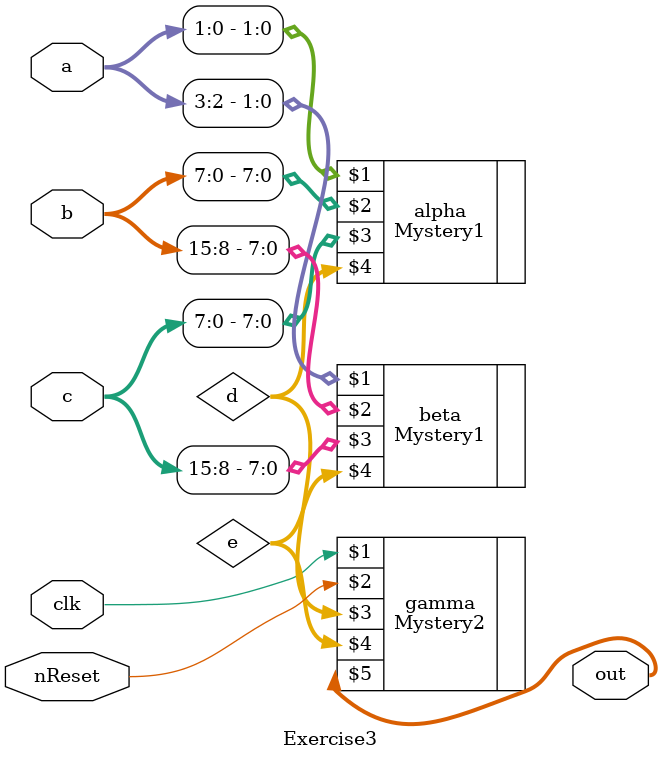
<source format=sv>
module Exercise3 (
    input clk,
    input nReset,
    input [3:0] a,
    input [15:0] b,
    input [15:0] c,
    output [15:0] out
);
wire [7:0] d;
wire [7:0] e;
Mystery1 alpha(a [1:0], b [7:0], c [7:0], d);
Mystery1 beta(a [3:2], b [15:8], c[15:8], e);
Mystery2 gamma(clk, nReset, d , e , out);


endmodule

</source>
